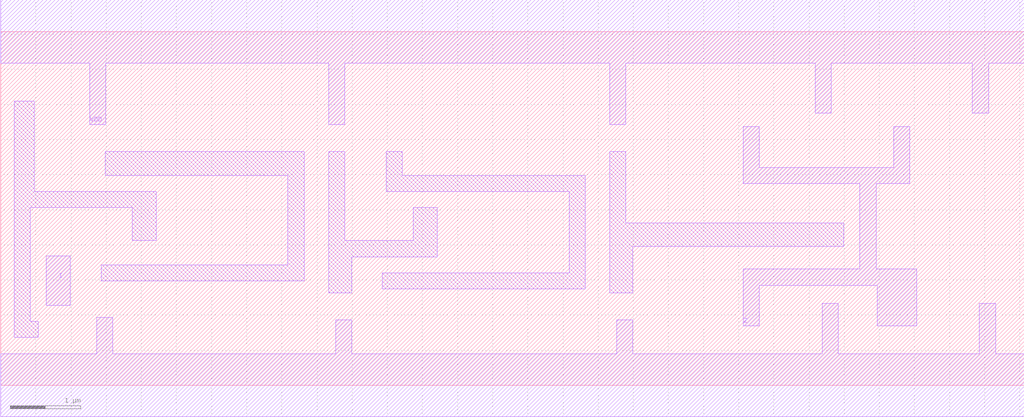
<source format=lef>
# Copyright 2022 GlobalFoundries PDK Authors
#
# Licensed under the Apache License, Version 2.0 (the "License");
# you may not use this file except in compliance with the License.
# You may obtain a copy of the License at
#
#      http://www.apache.org/licenses/LICENSE-2.0
#
# Unless required by applicable law or agreed to in writing, software
# distributed under the License is distributed on an "AS IS" BASIS,
# WITHOUT WARRANTIES OR CONDITIONS OF ANY KIND, either express or implied.
# See the License for the specific language governing permissions and
# limitations under the License.

MACRO gf180mcu_fd_sc_mcu9t5v0__dlyc_4
  CLASS core ;
  FOREIGN gf180mcu_fd_sc_mcu9t5v0__dlyc_4 0.0 0.0 ;
  ORIGIN 0 0 ;
  SYMMETRY X Y ;
  SITE GF018hv5v_green_sc9 ;
  SIZE 14.56 BY 5.04 ;
  PIN I
    DIRECTION INPUT ;
    ANTENNAGATEAREA 0.396 ;
    PORT
      LAYER METAL1 ;
        POLYGON 0.65 1.14 0.99 1.14 0.99 1.84 0.65 1.84  ;
    END
  END I
  PIN Z
    DIRECTION OUTPUT ;
    ANTENNADIFFAREA 3.642 ;
    PORT
      LAYER METAL1 ;
        POLYGON 10.565 2.875 11.995 2.875 12.225 2.875 12.225 1.655 10.565 1.655 10.565 0.845 10.795 0.845 10.795 1.425 12.47 1.425 12.47 0.845 13.035 0.845 13.035 1.655 12.455 1.655 12.455 2.875 12.935 2.875 12.935 3.685 12.705 3.685 12.705 3.105 11.995 3.105 10.795 3.105 10.795 3.685 10.565 3.685  ;
    END
  END Z
  PIN VDD
    DIRECTION INOUT ;
    USE power ;
    SHAPE ABUTMENT ;
    PORT
      LAYER METAL1 ;
        POLYGON 0 4.59 1.265 4.59 1.265 3.71 1.495 3.71 1.495 4.59 4.315 4.59 4.665 4.59 4.665 3.71 4.895 3.71 4.895 4.59 8.315 4.59 8.665 4.59 8.665 3.71 8.895 3.71 8.895 4.59 11.585 4.59 11.585 3.875 11.815 3.875 11.815 4.59 11.995 4.59 13.825 4.59 13.825 3.875 14.055 3.875 14.055 4.59 14.56 4.59 14.56 5.49 11.995 5.49 8.315 5.49 4.315 5.49 0 5.49  ;
    END
  END VDD
  PIN VSS
    DIRECTION INOUT ;
    USE ground ;
    SHAPE ABUTMENT ;
    PORT
      LAYER METAL1 ;
        POLYGON 0 -0.45 14.56 -0.45 14.56 0.45 14.155 0.45 14.155 1.165 13.925 1.165 13.925 0.45 11.915 0.45 11.915 1.165 11.685 1.165 11.685 0.45 8.995 0.45 8.995 0.935 8.765 0.935 8.765 0.45 4.995 0.45 4.995 0.935 4.765 0.935 4.765 0.45 1.595 0.45 1.595 0.965 1.365 0.965 1.365 0.45 0 0.45  ;
    END
  END VSS
  OBS
      LAYER METAL1 ;
        POLYGON 0.42 2.53 1.87 2.53 1.87 2.06 2.21 2.06 2.21 2.76 0.475 2.76 0.475 4.05 0.19 4.05 0.19 0.68 0.53 0.68 0.53 0.91 0.42 0.91  ;
        POLYGON 1.485 2.99 4.085 2.99 4.085 1.715 1.43 1.715 1.43 1.485 4.315 1.485 4.315 3.33 1.485 3.33  ;
        POLYGON 4.665 1.315 4.995 1.315 4.995 1.83 6.21 1.83 6.21 2.53 5.87 2.53 5.87 2.06 4.895 2.06 4.895 3.33 4.665 3.33  ;
        POLYGON 5.485 2.76 8.085 2.76 8.085 1.6 5.43 1.6 5.43 1.37 8.315 1.37 8.315 2.99 5.715 2.99 5.715 3.33 5.485 3.33  ;
        POLYGON 8.665 1.315 8.995 1.315 8.995 1.975 11.995 1.975 11.995 2.315 8.895 2.315 8.895 3.33 8.665 3.33  ;
  END
END gf180mcu_fd_sc_mcu9t5v0__dlyc_4

</source>
